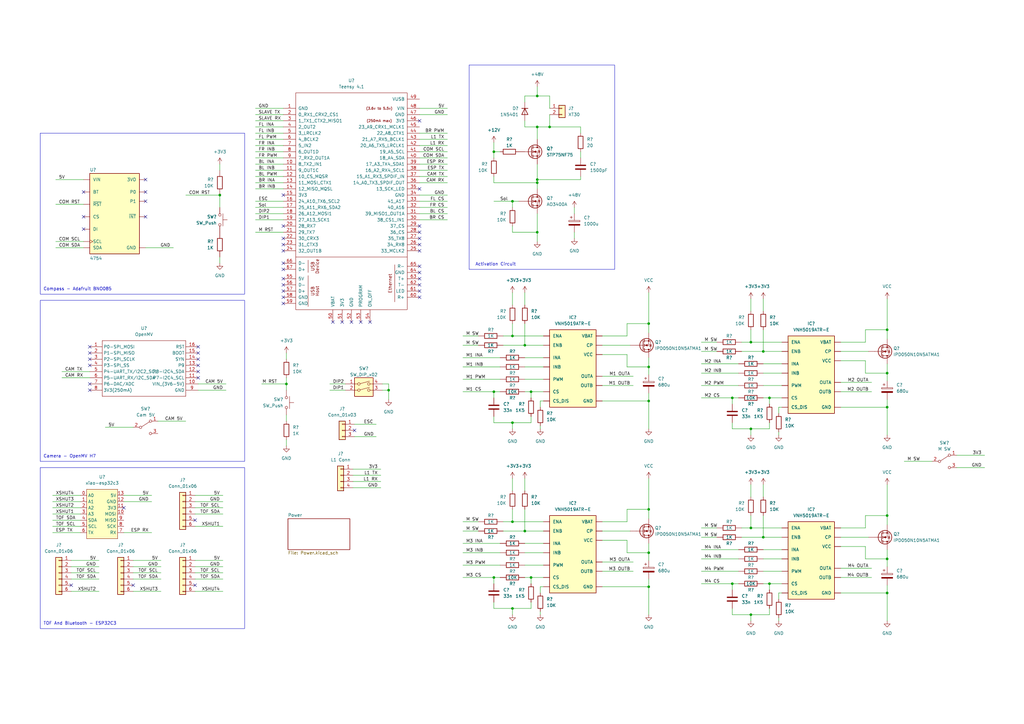
<source format=kicad_sch>
(kicad_sch (version 20230121) (generator eeschema)
  (paper "A3")
  (title_block (company "Sentinels Robotics"))
  (junction (at 363.855 153.035))
  (junction (at 225.425 52.07))
  (junction (at 266.065 132.715))
  (junction (at 363.855 135.255))
  (junction (at 315.595 239.395))
  (junction (at 220.345 39.37))
  (junction (at 315.595 163.195))
  (junction (at 266.065 164.465))
  (junction (at 363.855 167.005))
  (junction (at 159.385 160.02))
  (junction (at 210.185 82.55))
  (junction (at 300.355 239.395))
  (junction (at 202.565 236.855))
  (junction (at 363.855 229.235))
  (junction (at 202.565 160.655))
  (junction (at 266.065 208.915))
  (junction (at 217.805 236.855))
  (junction (at 210.185 213.995))
  (junction (at 90.17 80.01))
  (junction (at 313.055 144.145))
  (junction (at 307.975 216.535))
  (junction (at 300.355 163.195))
  (junction (at 307.975 140.335))
  (junction (at 210.185 249.555))
  (junction (at 266.065 150.495))
  (junction (at 307.975 252.095))
  (junction (at 217.805 160.655))
  (junction (at 220.345 52.07))
  (junction (at 220.345 74.93))
  (junction (at 266.065 240.665))
  (junction (at 210.185 173.355))
  (junction (at 215.265 141.605))
  (junction (at 307.975 175.895))
  (junction (at 117.475 157.48))
  (junction (at 266.065 226.695))
  (junction (at 202.565 62.23))
  (junction (at 215.265 217.805))
  (junction (at 220.345 95.25))
  (junction (at 363.855 211.455))
  (junction (at 210.185 137.795))
  (junction (at 363.855 243.205))
  (junction (at 313.055 220.345))
  (junction (at 220.345 73.66))
  (no_connect (at 36.83 144.78))
  (no_connect (at 116.205 100.33))
  (no_connect (at 172.085 100.33))
  (no_connect (at 50.8 208.28))
  (no_connect (at 59.69 82.55))
  (no_connect (at 140.335 132.08))
  (no_connect (at 172.085 49.53))
  (no_connect (at 116.205 124.46))
  (no_connect (at 172.085 95.25))
  (no_connect (at 136.525 132.08))
  (no_connect (at 34.29 93.98))
  (no_connect (at 59.69 78.74))
  (no_connect (at 172.085 102.87))
  (no_connect (at 172.085 116.84))
  (no_connect (at 81.28 152.4))
  (no_connect (at 116.205 119.38))
  (no_connect (at 172.085 97.79))
  (no_connect (at 81.28 154.94))
  (no_connect (at 116.205 92.71))
  (no_connect (at 172.085 121.92))
  (no_connect (at 172.085 77.47))
  (no_connect (at 116.205 121.92))
  (no_connect (at 34.29 78.74))
  (no_connect (at 36.83 157.48))
  (no_connect (at 116.205 114.3))
  (no_connect (at 151.765 132.08))
  (no_connect (at 116.205 107.95))
  (no_connect (at 59.69 73.66))
  (no_connect (at 81.28 142.24))
  (no_connect (at 36.83 149.86))
  (no_connect (at 116.205 110.49))
  (no_connect (at 80.01 213.36))
  (no_connect (at 144.145 132.08))
  (no_connect (at 116.205 97.79))
  (no_connect (at 36.83 142.24))
  (no_connect (at 116.205 102.87))
  (no_connect (at 172.085 109.22))
  (no_connect (at 147.955 132.08))
  (no_connect (at 81.28 144.78))
  (no_connect (at 116.205 80.01))
  (no_connect (at 172.085 114.3))
  (no_connect (at 172.085 119.38))
  (no_connect (at 54.61 240.03))
  (no_connect (at 172.085 111.76))
  (no_connect (at 36.83 147.32))
  (no_connect (at 81.28 147.32))
  (no_connect (at 80.01 240.03))
  (no_connect (at 172.085 92.71))
  (no_connect (at 29.21 240.03))
  (no_connect (at 81.28 149.86))
  (no_connect (at 34.29 88.9))
  (no_connect (at 59.69 88.9))
  (no_connect (at 145.415 176.53))
  (no_connect (at 116.205 116.84))
  (no_connect (at 36.83 160.02))
  (wire (pts (xy 21.59 213.36) (xy 33.02 213.36)))
  (wire (pts (xy 215.265 52.07) (xy 215.265 49.53)))
  (wire (pts (xy 21.59 218.44) (xy 33.02 218.44)))
  (wire (pts (xy 307.975 252.095) (xy 315.595 252.095)))
  (wire (pts (xy 183.515 54.61) (xy 172.085 54.61)))
  (wire (pts (xy 156.21 194.945) (xy 144.78 194.945)))
  (wire (pts (xy 183.515 59.69) (xy 172.085 59.69)))
  (wire (pts (xy 266.065 120.015) (xy 266.065 132.715)))
  (wire (pts (xy 313.055 234.315) (xy 320.675 234.315)))
  (wire (pts (xy 22.86 83.82) (xy 34.29 83.82)))
  (wire (pts (xy 313.055 135.255) (xy 313.055 144.145)))
  (wire (pts (xy 304.165 220.345) (xy 313.055 220.345)))
  (wire (pts (xy 145.415 179.07) (xy 154.305 179.07)))
  (wire (pts (xy 144.78 192.405) (xy 156.21 192.405)))
  (wire (pts (xy 80.01 232.41) (xy 91.44 232.41)))
  (wire (pts (xy 156.845 157.48) (xy 159.385 157.48)))
  (wire (pts (xy 307.975 216.535) (xy 320.675 216.535)))
  (wire (pts (xy 313.055 225.425) (xy 320.675 225.425)))
  (wire (pts (xy 247.015 145.415) (xy 257.175 145.415)))
  (wire (pts (xy 222.885 240.665) (xy 221.615 240.665)))
  (wire (pts (xy 202.565 82.55) (xy 210.185 82.55)))
  (wire (pts (xy 287.655 225.425) (xy 302.895 225.425)))
  (wire (pts (xy 363.855 163.83) (xy 363.855 167.005)))
  (wire (pts (xy 189.865 150.495) (xy 205.105 150.495)))
  (wire (pts (xy 363.855 122.555) (xy 363.855 135.255)))
  (wire (pts (xy 225.425 44.45) (xy 225.425 39.37)))
  (wire (pts (xy 189.865 141.605) (xy 196.215 141.605)))
  (wire (pts (xy 80.01 215.9) (xy 91.44 215.9)))
  (wire (pts (xy 116.205 90.17) (xy 104.775 90.17)))
  (wire (pts (xy 247.015 221.615) (xy 257.175 221.615)))
  (wire (pts (xy 300.355 239.395) (xy 300.355 241.935)))
  (wire (pts (xy 247.015 164.465) (xy 266.065 164.465)))
  (wire (pts (xy 363.855 149.225) (xy 363.855 153.035)))
  (wire (pts (xy 287.655 216.535) (xy 294.005 216.535)))
  (wire (pts (xy 220.345 74.93) (xy 220.345 77.47)))
  (wire (pts (xy 300.355 239.395) (xy 302.895 239.395)))
  (wire (pts (xy 287.655 229.235) (xy 302.895 229.235)))
  (wire (pts (xy 235.585 95.25) (xy 235.585 97.79)))
  (wire (pts (xy 266.065 237.49) (xy 266.065 240.665)))
  (wire (pts (xy 81.28 160.02) (xy 92.71 160.02)))
  (wire (pts (xy 344.805 147.955) (xy 354.965 147.955)))
  (wire (pts (xy 189.865 222.885) (xy 205.105 222.885)))
  (wire (pts (xy 344.805 243.205) (xy 363.855 243.205)))
  (wire (pts (xy 90.17 80.01) (xy 90.17 85.09)))
  (wire (pts (xy 54.61 242.57) (xy 66.04 242.57)))
  (wire (pts (xy 382.27 189.23) (xy 370.84 189.23)))
  (wire (pts (xy 307.975 198.755) (xy 307.975 203.835)))
  (wire (pts (xy 344.805 167.005) (xy 363.855 167.005)))
  (wire (pts (xy 189.865 213.995) (xy 196.215 213.995)))
  (wire (pts (xy 144.78 200.025) (xy 156.21 200.025)))
  (wire (pts (xy 266.065 240.665) (xy 266.065 252.095)))
  (wire (pts (xy 206.375 217.805) (xy 215.265 217.805)))
  (wire (pts (xy 287.655 234.315) (xy 302.895 234.315)))
  (wire (pts (xy 266.065 196.215) (xy 266.065 208.915)))
  (wire (pts (xy 220.345 73.66) (xy 238.125 73.66)))
  (wire (pts (xy 257.175 226.695) (xy 266.065 226.695)))
  (wire (pts (xy 135.255 157.48) (xy 141.605 157.48)))
  (wire (pts (xy 220.345 52.07) (xy 215.265 52.07)))
  (wire (pts (xy 363.855 198.755) (xy 363.855 211.455)))
  (wire (pts (xy 315.595 239.395) (xy 320.675 239.395)))
  (wire (pts (xy 80.01 229.87) (xy 91.44 229.87)))
  (wire (pts (xy 313.055 239.395) (xy 315.595 239.395)))
  (wire (pts (xy 220.345 87.63) (xy 220.345 95.25)))
  (wire (pts (xy 287.655 153.035) (xy 302.895 153.035)))
  (wire (pts (xy 257.175 213.995) (xy 257.175 208.915)))
  (wire (pts (xy 363.855 167.005) (xy 363.855 178.435)))
  (wire (pts (xy 220.345 52.07) (xy 220.345 57.15)))
  (wire (pts (xy 217.805 160.655) (xy 217.805 163.195)))
  (wire (pts (xy 215.265 236.855) (xy 217.805 236.855)))
  (wire (pts (xy 247.015 217.805) (xy 258.445 217.805)))
  (wire (pts (xy 202.565 62.23) (xy 202.565 64.77)))
  (wire (pts (xy 225.425 46.99) (xy 225.425 52.07)))
  (wire (pts (xy 363.855 243.205) (xy 363.855 254.635)))
  (wire (pts (xy 215.265 160.655) (xy 217.805 160.655)))
  (wire (pts (xy 300.355 175.895) (xy 307.975 175.895)))
  (wire (pts (xy 319.405 243.205) (xy 319.405 245.745)))
  (wire (pts (xy 183.515 72.39) (xy 172.085 72.39)))
  (wire (pts (xy 215.265 150.495) (xy 222.885 150.495)))
  (wire (pts (xy 104.775 77.47) (xy 116.205 77.47)))
  (wire (pts (xy 300.355 249.555) (xy 300.355 252.095)))
  (wire (pts (xy 80.01 205.74) (xy 91.44 205.74)))
  (wire (pts (xy 206.375 213.995) (xy 210.185 213.995)))
  (wire (pts (xy 238.125 72.39) (xy 238.125 73.66)))
  (wire (pts (xy 90.17 105.41) (xy 90.17 107.95)))
  (wire (pts (xy 210.185 92.71) (xy 210.185 95.25)))
  (wire (pts (xy 104.775 49.53) (xy 116.205 49.53)))
  (wire (pts (xy 220.345 35.56) (xy 220.345 39.37)))
  (wire (pts (xy 189.865 160.655) (xy 202.565 160.655)))
  (wire (pts (xy 266.065 222.885) (xy 266.065 226.695)))
  (wire (pts (xy 189.865 231.775) (xy 205.105 231.775)))
  (wire (pts (xy 215.265 141.605) (xy 222.885 141.605)))
  (wire (pts (xy 287.655 144.145) (xy 294.005 144.145)))
  (wire (pts (xy 319.405 253.365) (xy 319.405 254.635)))
  (wire (pts (xy 313.055 198.755) (xy 313.055 203.835)))
  (wire (pts (xy 210.185 208.915) (xy 210.185 213.995)))
  (wire (pts (xy 21.59 203.2) (xy 33.02 203.2)))
  (wire (pts (xy 220.345 52.07) (xy 225.425 52.07)))
  (wire (pts (xy 354.965 140.335) (xy 354.965 135.255)))
  (wire (pts (xy 210.185 137.795) (xy 222.885 137.795)))
  (wire (pts (xy 159.385 160.02) (xy 159.385 163.83)))
  (wire (pts (xy 189.865 155.575) (xy 205.105 155.575)))
  (wire (pts (xy 104.775 64.77) (xy 116.205 64.77)))
  (wire (pts (xy 117.475 157.48) (xy 117.475 160.02)))
  (wire (pts (xy 189.865 137.795) (xy 196.215 137.795)))
  (wire (pts (xy 21.59 205.74) (xy 33.02 205.74)))
  (wire (pts (xy 206.375 141.605) (xy 215.265 141.605)))
  (wire (pts (xy 215.265 132.715) (xy 215.265 141.605)))
  (wire (pts (xy 104.775 67.31) (xy 116.205 67.31)))
  (wire (pts (xy 313.055 149.225) (xy 320.675 149.225)))
  (wire (pts (xy 210.185 249.555) (xy 217.805 249.555)))
  (wire (pts (xy 307.975 175.895) (xy 307.975 178.435)))
  (wire (pts (xy 202.565 160.655) (xy 205.105 160.655)))
  (wire (pts (xy 215.265 39.37) (xy 220.345 39.37)))
  (wire (pts (xy 221.615 240.665) (xy 221.615 243.205)))
  (wire (pts (xy 222.885 164.465) (xy 221.615 164.465)))
  (wire (pts (xy 172.085 82.55) (xy 183.515 82.55)))
  (wire (pts (xy 50.8 205.74) (xy 62.23 205.74)))
  (wire (pts (xy 172.085 46.99) (xy 183.515 46.99)))
  (wire (pts (xy 287.655 158.115) (xy 302.895 158.115)))
  (wire (pts (xy 172.085 85.09) (xy 183.515 85.09)))
  (wire (pts (xy 266.065 161.29) (xy 266.065 164.465)))
  (wire (pts (xy 320.675 243.205) (xy 319.405 243.205)))
  (wire (pts (xy 287.655 140.335) (xy 294.005 140.335)))
  (wire (pts (xy 220.345 73.66) (xy 220.345 74.93)))
  (wire (pts (xy 319.405 167.005) (xy 319.405 169.545)))
  (wire (pts (xy 215.265 217.805) (xy 222.885 217.805)))
  (wire (pts (xy 21.59 215.9) (xy 33.02 215.9)))
  (wire (pts (xy 54.61 234.95) (xy 66.04 234.95)))
  (wire (pts (xy 202.565 58.42) (xy 202.565 62.23)))
  (wire (pts (xy 266.065 164.465) (xy 266.065 175.895)))
  (wire (pts (xy 220.345 95.25) (xy 220.345 99.06)))
  (wire (pts (xy 172.085 87.63) (xy 183.515 87.63)))
  (wire (pts (xy 64.77 172.72) (xy 76.2 172.72)))
  (wire (pts (xy 344.805 220.345) (xy 356.235 220.345)))
  (wire (pts (xy 54.61 175.26) (xy 43.18 175.26)))
  (wire (pts (xy 247.015 240.665) (xy 266.065 240.665)))
  (wire (pts (xy 247.015 230.505) (xy 259.715 230.505)))
  (wire (pts (xy 202.565 74.93) (xy 220.345 74.93)))
  (wire (pts (xy 354.965 224.155) (xy 354.965 229.235)))
  (wire (pts (xy 266.065 226.695) (xy 266.065 229.87)))
  (wire (pts (xy 40.64 237.49) (xy 29.21 237.49)))
  (wire (pts (xy 257.175 145.415) (xy 257.175 150.495)))
  (wire (pts (xy 117.475 180.34) (xy 117.475 182.88)))
  (wire (pts (xy 135.255 160.02) (xy 141.605 160.02)))
  (wire (pts (xy 247.015 141.605) (xy 258.445 141.605)))
  (wire (pts (xy 307.975 122.555) (xy 307.975 127.635)))
  (wire (pts (xy 354.965 147.955) (xy 354.965 153.035)))
  (wire (pts (xy 319.405 177.165) (xy 319.405 178.435)))
  (wire (pts (xy 354.965 135.255) (xy 363.855 135.255)))
  (wire (pts (xy 344.805 160.655) (xy 357.505 160.655)))
  (wire (pts (xy 215.265 231.775) (xy 222.885 231.775)))
  (wire (pts (xy 307.975 211.455) (xy 307.975 216.535)))
  (wire (pts (xy 238.125 62.23) (xy 238.125 64.77)))
  (wire (pts (xy 210.185 173.355) (xy 217.805 173.355)))
  (wire (pts (xy 287.655 220.345) (xy 294.005 220.345)))
  (wire (pts (xy 313.055 122.555) (xy 313.055 127.635)))
  (wire (pts (xy 300.355 163.195) (xy 302.895 163.195)))
  (wire (pts (xy 315.595 163.195) (xy 315.595 165.735)))
  (wire (pts (xy 313.055 163.195) (xy 315.595 163.195)))
  (wire (pts (xy 25.4 152.4) (xy 36.83 152.4)))
  (wire (pts (xy 104.775 69.85) (xy 116.205 69.85)))
  (wire (pts (xy 90.17 67.31) (xy 90.17 69.85)))
  (wire (pts (xy 287.655 239.395) (xy 300.355 239.395)))
  (wire (pts (xy 210.185 132.715) (xy 210.185 137.795)))
  (wire (pts (xy 344.805 224.155) (xy 354.965 224.155)))
  (wire (pts (xy 313.055 153.035) (xy 320.675 153.035)))
  (wire (pts (xy 202.565 236.855) (xy 202.565 239.395)))
  (wire (pts (xy 247.015 213.995) (xy 257.175 213.995)))
  (wire (pts (xy 145.415 173.99) (xy 154.305 173.99)))
  (wire (pts (xy 217.805 170.815) (xy 217.805 173.355)))
  (wire (pts (xy 202.565 72.39) (xy 202.565 74.93)))
  (wire (pts (xy 363.855 225.425) (xy 363.855 229.235)))
  (wire (pts (xy 220.345 39.37) (xy 225.425 39.37)))
  (wire (pts (xy 117.475 144.78) (xy 117.475 147.32)))
  (wire (pts (xy 104.775 46.99) (xy 116.205 46.99)))
  (wire (pts (xy 300.355 163.195) (xy 300.355 165.735)))
  (wire (pts (xy 217.805 247.015) (xy 217.805 249.555)))
  (wire (pts (xy 304.165 140.335) (xy 307.975 140.335)))
  (wire (pts (xy 363.855 135.255) (xy 363.855 139.065)))
  (wire (pts (xy 225.425 52.07) (xy 238.125 52.07)))
  (wire (pts (xy 354.965 216.535) (xy 354.965 211.455)))
  (wire (pts (xy 183.515 69.85) (xy 172.085 69.85)))
  (wire (pts (xy 29.21 232.41) (xy 40.64 232.41)))
  (wire (pts (xy 172.085 62.23) (xy 183.515 62.23)))
  (wire (pts (xy 117.475 154.94) (xy 117.475 157.48)))
  (wire (pts (xy 116.205 85.09) (xy 104.775 85.09)))
  (wire (pts (xy 215.265 222.885) (xy 222.885 222.885)))
  (wire (pts (xy 257.175 137.795) (xy 257.175 132.715)))
  (wire (pts (xy 172.085 80.01) (xy 183.515 80.01)))
  (wire (pts (xy 21.59 208.28) (xy 33.02 208.28)))
  (wire (pts (xy 210.185 120.015) (xy 210.185 125.095)))
  (wire (pts (xy 300.355 173.355) (xy 300.355 175.895)))
  (wire (pts (xy 183.515 57.15) (xy 172.085 57.15)))
  (wire (pts (xy 304.165 216.535) (xy 307.975 216.535)))
  (wire (pts (xy 159.385 157.48) (xy 159.385 160.02)))
  (wire (pts (xy 117.475 172.72) (xy 117.475 170.18)))
  (wire (pts (xy 104.775 74.93) (xy 116.205 74.93)))
  (wire (pts (xy 217.805 236.855) (xy 217.805 239.395)))
  (wire (pts (xy 300.355 252.095) (xy 307.975 252.095)))
  (wire (pts (xy 220.345 67.31) (xy 220.345 73.66)))
  (wire (pts (xy 247.015 137.795) (xy 257.175 137.795)))
  (wire (pts (xy 313.055 211.455) (xy 313.055 220.345)))
  (wire (pts (xy 104.775 57.15) (xy 116.205 57.15)))
  (wire (pts (xy 247.015 154.305) (xy 259.715 154.305)))
  (wire (pts (xy 172.085 64.77) (xy 183.515 64.77)))
  (wire (pts (xy 217.805 160.655) (xy 222.885 160.655)))
  (wire (pts (xy 34.29 73.66) (xy 22.86 73.66)))
  (wire (pts (xy 215.265 208.915) (xy 215.265 217.805)))
  (wire (pts (xy 215.265 226.695) (xy 222.885 226.695)))
  (wire (pts (xy 183.515 74.93) (xy 172.085 74.93)))
  (wire (pts (xy 392.43 191.77) (xy 403.86 191.77)))
  (wire (pts (xy 104.775 52.07) (xy 116.205 52.07)))
  (wire (pts (xy 172.085 44.45) (xy 183.515 44.45)))
  (wire (pts (xy 266.065 132.715) (xy 266.065 136.525)))
  (wire (pts (xy 217.805 236.855) (xy 222.885 236.855)))
  (wire (pts (xy 344.805 156.845) (xy 357.505 156.845)))
  (wire (pts (xy 210.185 173.355) (xy 210.185 175.895)))
  (wire (pts (xy 104.775 59.69) (xy 116.205 59.69)))
  (wire (pts (xy 307.975 140.335) (xy 320.675 140.335)))
  (wire (pts (xy 221.615 164.465) (xy 221.615 167.005)))
  (wire (pts (xy 210.185 249.555) (xy 210.185 252.095)))
  (wire (pts (xy 363.855 153.035) (xy 363.855 156.21)))
  (wire (pts (xy 54.61 232.41) (xy 66.04 232.41)))
  (wire (pts (xy 315.595 239.395) (xy 315.595 241.935)))
  (wire (pts (xy 315.595 163.195) (xy 320.675 163.195)))
  (wire (pts (xy 206.375 137.795) (xy 210.185 137.795)))
  (wire (pts (xy 257.175 208.915) (xy 266.065 208.915)))
  (wire (pts (xy 307.975 252.095) (xy 307.975 254.635)))
  (wire (pts (xy 54.61 229.87) (xy 66.04 229.87)))
  (wire (pts (xy 304.165 144.145) (xy 313.055 144.145)))
  (wire (pts (xy 80.01 203.2) (xy 91.44 203.2)))
  (wire (pts (xy 344.805 236.855) (xy 357.505 236.855)))
  (wire (pts (xy 116.205 82.55) (xy 104.775 82.55)))
  (wire (pts (xy 344.805 216.535) (xy 354.965 216.535)))
  (wire (pts (xy 266.065 146.685) (xy 266.065 150.495)))
  (wire (pts (xy 59.69 101.6) (xy 71.12 101.6)))
  (wire (pts (xy 266.065 208.915) (xy 266.065 212.725)))
  (wire (pts (xy 91.44 237.49) (xy 80.01 237.49)))
  (wire (pts (xy 116.205 44.45) (xy 104.775 44.45)))
  (wire (pts (xy 80.01 234.95) (xy 91.44 234.95)))
  (wire (pts (xy 25.4 154.94) (xy 36.83 154.94)))
  (wire (pts (xy 287.655 149.225) (xy 302.895 149.225)))
  (wire (pts (xy 215.265 39.37) (xy 215.265 41.91)))
  (wire (pts (xy 221.615 250.825) (xy 221.615 252.095)))
  (wire (pts (xy 210.185 95.25) (xy 220.345 95.25)))
  (wire (pts (xy 189.865 217.805) (xy 196.215 217.805)))
  (wire (pts (xy 363.855 240.03) (xy 363.855 243.205)))
  (wire (pts (xy 307.975 175.895) (xy 315.595 175.895)))
  (wire (pts (xy 315.595 173.355) (xy 315.595 175.895)))
  (wire (pts (xy 313.055 229.235) (xy 320.675 229.235)))
  (wire (pts (xy 172.085 90.17) (xy 183.515 90.17)))
  (wire (pts (xy 210.185 82.55) (xy 212.725 82.55)))
  (wire (pts (xy 315.595 249.555) (xy 315.595 252.095)))
  (wire (pts (xy 202.565 247.015) (xy 202.565 249.555)))
  (wire (pts (xy 21.59 210.82) (xy 33.02 210.82)))
  (wire (pts (xy 104.775 54.61) (xy 116.205 54.61)))
  (wire (pts (xy 22.86 101.6) (xy 34.29 101.6)))
  (wire (pts (xy 344.805 140.335) (xy 354.965 140.335)))
  (wire (pts (xy 287.655 163.195) (xy 300.355 163.195)))
  (wire (pts (xy 247.015 158.115) (xy 259.715 158.115)))
  (wire (pts (xy 320.675 167.005) (xy 319.405 167.005)))
  (wire (pts (xy 238.125 52.07) (xy 238.125 54.61)))
  (wire (pts (xy 202.565 160.655) (xy 202.565 163.195)))
  (wire (pts (xy 313.055 144.145) (xy 320.675 144.145)))
  (wire (pts (xy 76.2 80.01) (xy 90.17 80.01)))
  (wire (pts (xy 215.265 196.215) (xy 215.265 201.295)))
  (wire (pts (xy 91.44 210.82) (xy 80.01 210.82)))
  (wire (pts (xy 50.8 203.2) (xy 62.23 203.2)))
  (wire (pts (xy 81.28 157.48) (xy 92.71 157.48)))
  (wire (pts (xy 313.055 158.115) (xy 320.675 158.115)))
  (wire (pts (xy 205.105 62.23) (xy 202.565 62.23)))
  (wire (pts (xy 313.055 220.345) (xy 320.675 220.345)))
  (wire (pts (xy 62.23 218.44) (xy 50.8 218.44)))
  (wire (pts (xy 392.43 186.69) (xy 403.86 186.69)))
  (wire (pts (xy 344.805 233.045) (xy 357.505 233.045)))
  (wire (pts (xy 156.21 197.485) (xy 144.78 197.485)))
  (wire (pts (xy 202.565 173.355) (xy 210.185 173.355)))
  (wire (pts (xy 307.975 135.255) (xy 307.975 140.335)))
  (wire (pts (xy 116.205 87.63) (xy 104.775 87.63)))
  (wire (pts (xy 221.615 174.625) (xy 221.615 175.895)))
  (wire (pts (xy 202.565 249.555) (xy 210.185 249.555)))
  (wire (pts (xy 80.01 242.57) (xy 91.44 242.57)))
  (wire (pts (xy 202.565 236.855) (xy 205.105 236.855)))
  (wire (pts (xy 34.29 99.06) (xy 22.86 99.06)))
  (wire (pts (xy 189.865 226.695) (xy 205.105 226.695)))
  (wire (pts (xy 104.775 72.39) (xy 116.205 72.39)))
  (wire (pts (xy 215.265 146.685) (xy 222.885 146.685)))
  (wire (pts (xy 363.855 229.235) (xy 363.855 232.41)))
  (wire (pts (xy 29.21 229.87) (xy 40.64 229.87)))
  (wire (pts (xy 257.175 221.615) (xy 257.175 226.695)))
  (wire (pts (xy 117.475 157.48) (xy 107.315 157.48)))
  (wire (pts (xy 189.865 236.855) (xy 202.565 236.855)))
  (wire (pts (xy 189.865 146.685) (xy 205.105 146.685)))
  (wire (pts (xy 344.805 144.145) (xy 356.235 144.145)))
  (wire (pts (xy 104.775 62.23) (xy 116.205 62.23)))
  (wire (pts (xy 363.855 211.455) (xy 363.855 215.265)))
  (wire (pts (xy 215.265 155.575) (xy 222.885 155.575)))
  (wire (pts (xy 156.845 160.02) (xy 159.385 160.02)))
  (wire (pts (xy 354.965 229.235) (xy 363.855 229.235)))
  (wire (pts (xy 257.175 132.715) (xy 266.065 132.715)))
  (wire (pts (xy 210.185 213.995) (xy 222.885 213.995)))
  (wire (pts (xy 257.175 150.495) (xy 266.065 150.495)))
  (wire (pts (xy 210.185 196.215) (xy 210.185 201.295)))
  (wire (pts (xy 215.265 120.015) (xy 215.265 125.095)))
  (wire (pts (xy 210.185 82.55) (xy 210.185 85.09)))
  (wire (pts (xy 247.015 234.315) (xy 259.715 234.315)))
  (wire (pts (xy 354.965 153.035) (xy 363.855 153.035)))
  (wire (pts (xy 66.04 237.49) (xy 54.61 237.49)))
  (wire (pts (xy 116.205 95.25) (xy 104.775 95.25)))
  (wire (pts (xy 202.565 170.815) (xy 202.565 173.355)))
  (wire (pts (xy 266.065 150.495) (xy 266.065 153.67)))
  (wire (pts (xy 235.585 85.09) (xy 235.585 87.63)))
  (wire (pts (xy 29.21 242.57) (xy 40.64 242.57)))
  (wire (pts (xy 80.01 208.28) (xy 91.44 208.28)))
  (wire (pts (xy 29.21 234.95) (xy 40.64 234.95)))
  (wire (pts (xy 183.515 67.31) (xy 172.085 67.31)))
  (wire (pts (xy 354.965 211.455) (xy 363.855 211.455)))
  (rectangle (start 192.405 26.67) (end 252.095 110.49))
  (rectangle (start 16.51 191.77) (end 100.33 257.81))
  (rectangle (start 16.51 123.19) (end 100.33 189.23))
  (rectangle (start 16.51 54.61) (end 100.33 120.65))
  (text "Activation Circuit" (at 194.945 109.22 0) (effects (font (size 1.27 1.27)) (justify left bottom)))
  (text "Camera - OpenMV H7" (at 17.78 187.96 0) (effects (font (size 1.27 1.27)) (justify left bottom)))
  (text "Compass - Adafruit BNO085" (at 17.78 119.38 0) (effects (font (size 1.27 1.27)) (justify left bottom)))
  (text "TOF And Bluetooth - ESP32C3" (at 17.78 256.54 0) (effects (font (size 1.27 1.27)) (justify left bottom)))
  (label "TOF SDA" (at 22.86 213.36 0))
  (label "5V" (at 90.17 203.2 180))
  (label "M SW" (at 191.135 141.605 0))
  (label "M SW" (at 191.135 137.795 0))
  (label "5V" (at 24.13 73.66 0))
  (label "Sol" (at 106.045 85.09 0))
  (label "M2 INA" (at 288.925 149.225 0))
  (label "CAM TX" (at 182.245 72.39 180))
  (label "ESP RX" (at 60.96 218.44 180))
  (label "3V3" (at 402.59 186.69 180))
  (label "GND" (at 402.59 191.77 180))
  (label "GND" (at 39.37 232.41 180))
  (label "M1 PWM" (at 191.135 155.575 0))
  (label "GND" (at 149.225 179.07 0))
  (label "FR INA" (at 106.045 59.69 0))
  (label "L1 TX" (at 154.94 194.945 180))
  (label "M4 PWM" (at 288.925 234.315 0))
  (label "TOF SCL" (at 64.77 234.95 180))
  (label "TOF SDA" (at 90.17 237.49 180))
  (label "M3 OUTA" (at 258.445 230.505 180))
  (label "TOF SDA" (at 39.37 237.49 180))
  (label "GND" (at 91.44 160.02 180))
  (label "M3 INA" (at 191.135 222.885 0))
  (label "M1 CS" (at 191.135 160.655 0))
  (label "M RST" (at 113.665 157.48 180))
  (label "DIP2" (at 106.045 87.63 0))
  (label "M2 INB" (at 288.925 153.035 0))
  (label "ESC" (at 149.225 173.99 0))
  (label "M SW" (at 288.925 144.145 0))
  (label "BL INB" (at 106.045 69.85 0))
  (label "M3 PWM" (at 191.135 231.775 0))
  (label "DIP2" (at 136.525 157.48 0))
  (label "BL PWM" (at 106.045 72.39 0))
  (label "CAM RX" (at 182.245 74.93 180))
  (label "M3 OUTB" (at 258.445 234.315 180))
  (label "BR INB" (at 106.045 77.47 0))
  (label "SLAVE RX" (at 106.045 49.53 0))
  (label "CAM TX" (at 26.67 152.4 0))
  (label "M4 INA" (at 288.925 225.425 0))
  (label "L1 RX" (at 182.245 59.69 180))
  (label "M SW" (at 372.11 189.23 0))
  (label "M1 INA" (at 191.135 146.685 0))
  (label "ESC" (at 106.045 82.55 0))
  (label "FR CS" (at 182.245 85.09 180))
  (label "FR PWM" (at 106.045 64.77 0))
  (label "Sol" (at 205.105 82.55 0))
  (label "CAM RX" (at 26.67 154.94 0))
  (label "COM SCL" (at 24.13 99.06 0))
  (label "XSHUT1" (at 90.17 215.9 180))
  (label "CAM 5V" (at 91.44 157.48 180))
  (label "GND" (at 90.17 232.41 180))
  (label "COM SCL" (at 182.245 62.23 180))
  (label "ESP RX" (at 182.245 67.31 180))
  (label "SLAVE TX" (at 106.045 46.99 0))
  (label "5V" (at 39.37 229.87 180))
  (label "GND" (at 60.96 205.74 180))
  (label "L1 RX" (at 154.94 197.485 180))
  (label "M1 INB" (at 191.135 150.495 0))
  (label "FR INB" (at 106.045 62.23 0))
  (label "M3 CS" (at 191.135 236.855 0))
  (label "5V" (at 182.245 44.45 180))
  (label "M3 INB" (at 191.135 226.695 0))
  (label "GND" (at 182.245 46.99 180))
  (label "TOF SDA" (at 64.77 237.49 180))
  (label "GND" (at 106.045 44.45 0))
  (label "5V" (at 90.17 229.87 180))
  (label "M4 OUTB" (at 356.235 236.855 180))
  (label "XSHUT3" (at 22.86 205.74 0))
  (label "COM SDA" (at 24.13 101.6 0))
  (label "DIP1" (at 136.525 160.02 0))
  (label "M SW" (at 288.925 220.345 0))
  (label "M4 INB" (at 288.925 229.235 0))
  (label "XSHUT1" (at 22.86 210.82 0))
  (label "GND" (at 182.245 80.01 180))
  (label "M4 CS" (at 288.925 239.395 0))
  (label "3V3" (at 154.94 192.405 180))
  (label "M2 CS" (at 288.925 163.195 0))
  (label "BR INA" (at 106.045 74.93 0))
  (label "M SW" (at 191.135 213.995 0))
  (label "CAM 5V" (at 74.93 172.72 180))
  (label "M2 PWM" (at 288.925 158.115 0))
  (label "FL INB" (at 106.045 54.61 0))
  (label "5V" (at 60.96 203.2 180))
  (label "XSHUT3" (at 64.77 242.57 180))
  (label "M2 OUTA" (at 356.235 156.845 180))
  (label "M SW" (at 191.135 217.805 0))
  (label "TOF SCL" (at 90.17 234.95 180))
  (label "5V" (at 64.77 229.87 180))
  (label "L1 TX" (at 182.245 57.15 180))
  (label "GND" (at 154.94 200.025 180))
  (label "M4 OUTA" (at 356.235 233.045 180))
  (label "DIP1" (at 106.045 90.17 0))
  (label "XSHUT2" (at 39.37 242.57 180))
  (label "5V" (at 44.45 175.26 0))
  (label "TOF SDA" (at 90.17 210.82 180))
  (label "BR CS" (at 182.245 90.17 180))
  (label "TOF SCL" (at 39.37 234.95 180))
  (label "ESP TX" (at 182.245 69.85 180))
  (label "COM RST" (at 77.47 80.01 0))
  (label "GND" (at 64.77 232.41 180))
  (label "TOF SCL" (at 90.17 208.28 180))
  (label "M1 OUTB" (at 258.445 158.115 180))
  (label "XSHUT4" (at 90.17 242.57 180))
  (label "COM RST" (at 24.13 83.82 0))
  (label "M1 OUTA" (at 258.445 154.305 180))
  (label "ESP TX" (at 22.86 218.44 0))
  (label "M2 OUTB" (at 356.235 160.655 180))
  (label "GND" (at 69.85 101.6 180))
  (label "GND" (at 90.17 205.74 180))
  (label "COM SDA" (at 182.245 64.77 180))
  (label "M SW" (at 288.925 216.535 0))
  (label "FL PWM" (at 106.045 57.15 0))
  (label "FL CS" (at 182.245 82.55 180))
  (label "BL INA" (at 106.045 67.31 0))
  (label "M SW" (at 288.925 140.335 0))
  (label "XSHUT2" (at 22.86 208.28 0))
  (label "BR PWM" (at 182.245 54.61 180))
  (label "M RST" (at 106.045 95.25 0))
  (label "TOF SCL" (at 22.86 215.9 0))
  (label "XSHUT4" (at 22.86 203.2 0))
  (label "BL CS" (at 182.245 87.63 180))
  (label "FL INA" (at 106.045 52.07 0))
  (symbol (lib_id "Device:R") (at 315.595 245.745 0) (mirror y) (unit 1)
    (property "Reference" "R?" (at 313.055 244.4749 0) (effects (justify left)))
    (property "Value" "1K5" (at 313.055 247.0149 0) (effects (justify left)))
    (property "Footprint" "test-pcb:res0603" (effects hide))
  )
  (symbol (lib_id "vincent:R") (at 201.295 213.995 0) (unit 1)
    (property "Reference" "R?" (at 201.295 211.455 0))
    (property "Value" "1K" (at 201.295 213.995 0))
    (property "Footprint" "test-pcb:res0603" (effects hide))
  )
  (symbol (lib_id "Device:R") (at 217.805 243.205 0) (mirror y) (unit 1)
    (property "Reference" "R?" (at 215.265 241.9349 0) (effects (justify left)))
    (property "Value" "1K5" (at 215.265 244.4749 0) (effects (justify left)))
    (property "Footprint" "test-pcb:res0603" (effects hide))
  )
  (symbol (lib_id "vincent:IPD050N10N5ATMA1") (at 356.235 144.145 0) (mirror x) (unit 1)
    (property "Reference" "Q?" (at 366.395 142.875 0) (effects (justify left)))
    (property "Value" "IPD050N10N5ATMA1" (at 366.395 145.415 0) (effects (justify left)))
    (property "Footprint" "test-pcb:IPD050N10N5ATMA1" (effects hide))
    (property "Datasheet" "https://www.infineon.com/dgdl/Infineon-IPD050N10N5-DS-v02_01-EN.pdf?fileId=5546d4625b3ca4ec015b615bb7536713" (effects hide))
    (property "Height" "2.41" (effects hide))
    (property "Mouser Part Number" "726-IPD050N10N5ATMA1" (effects hide))
    (property "Mouser Price/Stock" "https://www.mouser.co.uk/ProductDetail/Infineon-Technologies/IPD050N10N5ATMA1?qs=u4fy%2FsgLU9Pgz4QwaVUqjg%3D%3D" (effects hide))
    (property "Manufacturer_Name" "Infineon" (effects hide))
    (property "Manufacturer_Part_Number" "IPD050N10N5ATMA1" (effects hide))
  )
  (symbol (lib_id "vincent:IPD050N10N5ATMA1") (at 258.445 141.605 0) (mirror x) (unit 1)
    (property "Reference" "Q?" (at 268.605 140.335 0) (effects (justify left)))
    (property "Value" "IPD050N10N5ATMA1" (at 268.605 142.875 0) (effects (justify left)))
    (property "Footprint" "test-pcb:IPD050N10N5ATMA1" (effects hide))
    (property "Datasheet" "https://www.infineon.com/dgdl/Infineon-IPD050N10N5-DS-v02_01-EN.pdf?fileId=5546d4625b3ca4ec015b615bb7536713" (effects hide))
    (property "Height" "2.41" (effects hide))
    (property "Mouser Part Number" "726-IPD050N10N5ATMA1" (effects hide))
    (property "Mouser Price/Stock" "https://www.mouser.co.uk/ProductDetail/Infineon-Technologies/IPD050N10N5ATMA1?qs=u4fy%2FsgLU9Pgz4QwaVUqjg%3D%3D" (effects hide))
    (property "Manufacturer_Name" "Infineon" (effects hide))
    (property "Manufacturer_Part_Number" "IPD050N10N5ATMA1" (effects hide))
  )
  (symbol (lib_id "vincent:R") (at 210.185 222.885 0) (unit 1)
    (property "Reference" "R?" (at 210.185 220.345 0))
    (property "Value" "1K" (at 210.185 222.885 0))
    (property "Footprint" "test-pcb:res0603" (effects hide))
  )
  (symbol (lib_id "vincent:OpenMV") (at 59.69 139.7 0) (unit 1)
    (property "Reference" "U?" (at 59.055 134.62 0))
    (property "Value" "OpenMV" (at 59.055 137.16 0))
    (property "Datasheet" "https://cdn.shopify.com/s/files/1/0803/9211/files/OpenMV-H7.pdf?10726770933929369108" (effects hide))
  )
  (symbol (lib_id "Diode:1N5401") (at 215.265 45.72 90) (mirror x) (unit 1)
    (property "Reference" "D?" (at 212.725 44.45 90) (effects (justify left)))
    (property "Value" "1N5401" (at 212.725 46.99 90) (effects (justify left)))
    (property "Footprint" "Diode_THT:D_DO-201AD_P15.24mm_Horizontal" (effects hide))
    (property "Datasheet" "http://www.vishay.com/docs/88516/1n5400.pdf" (effects hide))
    (property "Sim.Device" "D" (effects hide))
    (property "Sim.Pins" "1=K 2=A" (effects hide))
  )
  (symbol (lib_id "Device:R") (at 202.565 68.58 0) (unit 1)
    (property "Reference" "R?" (at 200.025 67.31 0) (effects (justify right)))
    (property "Value" "10K" (at 200.025 69.85 0) (effects (justify right)))
    (property "Footprint" "footprints:res0603" (effects hide))
  )
  (symbol (lib_id "Device:C") (at 300.355 245.745 0) (unit 1)
    (property "Reference" "C?" (at 304.165 244.4749 0) (effects (justify left)))
    (property "Value" "33n" (at 304.165 247.0149 0) (effects (justify left)))
    (property "Footprint" "test-pcb:cap0603" (effects hide))
  )
  (symbol (lib_id "vincent:R") (at 307.975 149.225 0) (unit 1)
    (property "Reference" "R?" (at 307.975 146.685 0))
    (property "Value" "1K" (at 307.975 149.225 0))
    (property "Footprint" "test-pcb:res0603" (effects hide))
  )
  (symbol (lib_id "Device:C_Polarized") (at 266.065 157.48 0) (unit 1)
    (property "Reference" "C?" (at 269.875 155.3209 0) (effects (justify left)))
    (property "Value" "680u" (at 269.875 157.8609 0) (effects (justify left)))
  )
  (symbol (lib_id "Switch:SW_SPDT") (at 59.69 175.26 0) (unit 1)
    (property "Reference" "SW?" (at 59.69 167.64 0))
    (property "Value" "Cam 5V" (at 59.69 170.18 0))
  )
  (symbol (lib_id "vincent:R") (at 307.975 163.195 0) (mirror x) (unit 1)
    (property "Reference" "R?" (at 307.975 165.735 0))
    (property "Value" "10K" (at 307.975 163.195 0))
    (property "Footprint" "test-pcb:res0603" (effects hide))
  )
  (symbol (lib_id "vincent:R") (at 307.975 234.315 0) (mirror x) (unit 1)
    (property "Reference" "R?" (at 307.975 236.855 0))
    (property "Value" "1K" (at 307.975 234.315 0))
    (property "Footprint" "test-pcb:res0603" (effects hide))
  )
  (symbol (lib_id "vincent:R") (at 307.975 225.425 0) (unit 1)
    (property "Reference" "R?" (at 307.975 222.885 0))
    (property "Value" "1K" (at 307.975 225.425 0))
    (property "Footprint" "test-pcb:res0603" (effects hide))
  )
  (symbol (lib_id "Switch:SW_Push") (at 90.17 90.17 270) (mirror x) (unit 1)
    (property "Reference" "SW?" (at 88.9 88.8999 90) (effects (justify right)))
    (property "Value" "SW_Push" (at 88.9 91.4399 90) (effects (justify right)))
    (property "Footprint" "2024l1:SW_PUSH_SPST" (effects hide))
  )
  (symbol (lib_id "vincent:R") (at 307.975 239.395 0) (mirror x) (unit 1)
    (property "Reference" "R?" (at 307.975 241.935 0))
    (property "Value" "10K" (at 307.975 239.395 0))
    (property "Footprint" "test-pcb:res0603" (effects hide))
  )
  (symbol (lib_id "power:GND") (at 363.855 254.635 0) (unit 1)
    (property "Reference" "#PWR048" (effects hide))
    (property "Value" "GND" (at 363.855 259.715 0))
  )
  (symbol (lib_id "power:VCC") (at 363.855 122.555 0) (unit 1)
    (property "Reference" "#PWR035" (effects hide))
    (property "Value" "VCC" (at 363.855 117.475 0))
  )
  (symbol (lib_id "Device:R") (at 307.975 131.445 0) (mirror y) (unit 1)
    (property "Reference" "R?" (at 305.435 130.1749 0) (effects (justify left)))
    (property "Value" "10K" (at 305.435 132.7149 0) (effects (justify left)))
    (property "Footprint" "test-pcb:res0603" (effects hide))
  )
  (symbol (lib_id "vincent:Teensy 4.1") (at 144.145 99.06 0) (unit 1)
    (property "Reference" "U?" (at 144.145 33.02 0))
    (property "Value" "Teensy 4.1" (at 144.145 35.56 0))
  )
  (symbol (lib_id "Device:C_Polarized") (at 235.585 91.44 0) (unit 1)
    (property "Reference" "C?" (at 239.395 89.2809 0) (effects (justify left)))
    (property "Value" "1000u" (at 239.395 91.8209 0) (effects (justify left)))
    (property "Footprint" "footprints:CAPAE1030X1270N" (effects hide))
  )
  (symbol (lib_id "Device:R") (at 217.805 167.005 0) (mirror y) (unit 1)
    (property "Reference" "R?" (at 215.265 165.7349 0) (effects (justify left)))
    (property "Value" "1K5" (at 215.265 168.2749 0) (effects (justify left)))
    (property "Footprint" "test-pcb:res0603" (effects hide))
  )
  (symbol (lib_id "Device:R") (at 210.185 205.105 0) (mirror y) (unit 1)
    (property "Reference" "R?" (at 207.645 203.8349 0) (effects (justify left)))
    (property "Value" "10K" (at 207.645 206.3749 0) (effects (justify left)))
    (property "Footprint" "test-pcb:res0603" (effects hide))
  )
  (symbol (lib_id "Device:R") (at 319.405 249.555 0) (unit 1)
    (property "Reference" "R?" (at 321.945 248.2849 0) (effects (justify left)))
    (property "Value" "10K" (at 321.945 250.8249 0) (effects (justify left)))
    (property "Footprint" "test-pcb:res0603" (effects hide))
  )
  (symbol (lib_id "vincent:xiao-esp32c3") (at 41.91 200.66 0) (unit 1)
    (property "Reference" "U?" (at 41.91 195.58 0))
    (property "Value" "xiao-esp32c3" (at 41.91 198.12 0))
    (property "Footprint" "footprints:xiao-esp32c3" (effects hide))
    (property "Datasheet" "https://files.seeedstudio.com/wiki/XIAO_WiFi/Resources/esp32-c3_datasheet.pdf" (effects hide))
  )
  (symbol (lib_id "vincent:R") (at 210.185 160.655 0) (mirror x) (unit 1)
    (property "Reference" "R?" (at 210.185 163.195 0))
    (property "Value" "10K" (at 210.185 160.655 0))
    (property "Footprint" "test-pcb:res0603" (effects hide))
  )
  (symbol (lib_id "Device:R") (at 238.125 58.42 0) (mirror y) (unit 1)
    (property "Reference" "R?" (at 240.665 57.15 0) (effects (justify right)))
    (property "Value" "20" (at 240.665 59.69 0) (effects (justify right)))
    (property "Footprint" "footprints:res0603" (effects hide))
  )
  (symbol (lib_id "Device:R") (at 117.475 176.53 0) (unit 1)
    (property "Reference" "R?" (at 120.015 175.26 0) (effects (justify left)))
    (property "Value" "1K" (at 120.015 177.8 0) (effects (justify left)))
    (property "Footprint" "footprints:res0603" (effects hide))
  )
  (symbol (lib_id "power:+3V3") (at 313.055 122.555 0) (unit 1)
    (property "Reference" "#PWR033" (effects hide))
    (property "Value" "+3V3" (at 313.055 117.475 0))
  )
  (symbol (lib_id "vincent:VNH5019ATR-E") (at 220.345 137.795 0) (unit 1)
    (property "Reference" "IC?" (at 234.95 130.175 0))
    (property "Value" "VNH5019ATR-E" (at 234.95 132.715 0))
    (property "Footprint" "test-pcb:VNH5019A-E" (effects hide))
    (property "Datasheet" "https://www.st.com/resource/en/datasheet/vnh5019a-e.pdf" (effects hide))
    (property "Mouser Part Number" "511-VNH5019ATR-E" (effects hide))
    (property "Mouser Price/Stock" "https://www.mouser.co.uk/ProductDetail/STMicroelectronics/VNH5019ATR-E?qs=T%2FOtf55vL7cDceYVZzSNKw%3D%3D" (effects hide))
    (property "Manufacturer_Name" "STMicroelectronics" (effects hide))
    (property "Manufacturer_Part_Number" "VNH5019ATR-E" (effects hide))
  )
  (symbol (lib_id "power:+12V") (at 202.565 58.42 0) (unit 1)
    (property "Reference" "#PWR017" (effects hide))
    (property "Value" "+12V" (at 202.565 53.34 0))
  )
  (symbol (lib_id "vincent:R") (at 201.295 137.795 0) (unit 1)
    (property "Reference" "R?" (at 201.295 135.255 0))
    (property "Value" "1K" (at 201.295 137.795 0))
    (property "Footprint" "test-pcb:res0603" (effects hide))
  )
  (symbol (lib_id "power:VCC") (at 266.065 196.215 0) (unit 1)
    (property "Reference" "#PWR041" (effects hide))
    (property "Value" "VCC" (at 266.065 191.135 0))
  )
  (symbol (lib_id "power:+3V3") (at 215.265 120.015 0) (unit 1)
    (property "Reference" "#PWR027" (effects hide))
    (property "Value" "+3V3" (at 215.265 114.935 0))
  )
  (symbol (lib_id "power:+3V3") (at 210.185 120.015 0) (unit 1)
    (property "Reference" "#PWR025" (effects hide))
    (property "Value" "+3V3" (at 210.185 114.935 0))
  )
  (symbol (lib_id "Connector_Generic:Conn_01x03") (at 140.335 176.53 0) (mirror y) (unit 1)
    (property "Reference" "J?" (at 140.335 167.64 0))
    (property "Value" "Conn_01x03" (at 140.335 170.18 0))
  )
  (symbol (lib_id "power:+3V3") (at 210.185 196.215 0) (unit 1)
    (property "Reference" "#PWR037" (effects hide))
    (property "Value" "+3V3" (at 210.185 191.135 0))
  )
  (symbol (lib_id "power:+48V") (at 220.345 35.56 0) (unit 1)
    (property "Reference" "#PWR018" (effects hide))
    (property "Value" "+48V" (at 220.345 30.48 0))
  )
  (symbol (lib_id "power:VCC") (at 363.855 198.755 0) (unit 1)
    (property "Reference" "#PWR047" (effects hide))
    (property "Value" "VCC" (at 363.855 193.675 0))
  )
  (symbol (lib_id "Switch:SW_DIP_x02") (at 149.225 160.02 0) (unit 1)
    (property "Reference" "SW?" (at 149.225 151.13 0))
    (property "Value" "SW_DIP_x02" (at 149.225 153.67 0))
    (property "Footprint" "Button_Switch_SMD:SW_DIP_SPSTx02_Slide_6.7x6.64mm_W8.61mm_P2.54mm_LowProfile" (effects hide))
  )
  (symbol (lib_id "Device:R") (at 210.185 128.905 0) (mirror y) (unit 1)
    (property "Reference" "R?" (at 207.645 127.6349 0) (effects (justify left)))
    (property "Value" "10K" (at 207.645 130.1749 0) (effects (justify left)))
    (property "Footprint" "test-pcb:res0603" (effects hide))
  )
  (symbol (lib_id "power:GND") (at 363.855 178.435 0) (unit 1)
    (property "Reference" "#PWR036" (effects hide))
    (property "Value" "GND" (at 363.855 183.515 0))
  )
  (symbol (lib_id "Device:R") (at 315.595 169.545 0) (mirror y) (unit 1)
    (property "Reference" "R?" (at 313.055 168.2749 0) (effects (justify left)))
    (property "Value" "1K5" (at 313.055 170.8149 0) (effects (justify left)))
    (property "Footprint" "test-pcb:res0603" (effects hide))
  )
  (symbol (lib_id "Device:R") (at 215.265 128.905 0) (unit 1)
    (property "Reference" "R?" (at 217.805 127.6349 0) (effects (justify left)))
    (property "Value" "10K" (at 217.805 130.1749 0) (effects (justify left)))
    (property "Footprint" "test-pcb:res0603" (effects hide))
  )
  (symbol (lib_id "power:+3V3") (at 90.17 67.31 0) (mirror y) (unit 1)
    (property "Reference" "#PWR015" (effects hide))
    (property "Value" "+3V3" (at 90.17 62.23 0))
  )
  (symbol (lib_id "Device:R") (at 313.055 131.445 0) (unit 1)
    (property "Reference" "R?" (at 315.595 130.1749 0) (effects (justify left)))
    (property "Value" "10K" (at 315.595 132.7149 0) (effects (justify left)))
    (property "Footprint" "test-pcb:res0603" (effects hide))
  )
  (symbol (lib_id "power:VCC") (at 266.065 120.015 0) (unit 1)
    (property "Reference" "#PWR029" (effects hide))
    (property "Value" "VCC" (at 266.065 114.935 0))
  )
  (symbol (lib_id "vincent:R") (at 90.17 74.93 270) (mirror x) (unit 1)
    (property "Reference" "R?" (at 87.63 73.6599 90) (effects (justify right)))
    (property "Value" "10K" (at 87.63 76.1999 90) (effects (justify right)))
    (property "Footprint" "2024l1:res0603" (effects hide))
  )
  (symbol (lib_id "power:GND") (at 221.615 175.895 0) (unit 1)
    (property "Reference" "#PWR028" (effects hide))
    (property "Value" "GND" (at 221.615 180.975 0))
  )
  (symbol (lib_id "Device:C") (at 202.565 243.205 0) (unit 1)
    (property "Reference" "C?" (at 206.375 241.9349 0) (effects (justify left)))
    (property "Value" "33n" (at 206.375 244.4749 0) (effects (justify left)))
    (property "Footprint" "test-pcb:cap0603" (effects hide))
  )
  (symbol (lib_id "Device:R") (at 208.915 62.23 90) (unit 1)
    (property "Reference" "R?" (at 208.915 57.15 90))
    (property "Value" "1K" (at 208.915 59.69 90))
    (property "Footprint" "footprints:res0603" (effects hide))
  )
  (symbol (lib_id "power:GND") (at 319.405 178.435 0) (unit 1)
    (property "Reference" "#PWR034" (effects hide))
    (property "Value" "GND" (at 319.405 183.515 0))
  )
  (symbol (lib_id "power:GND") (at 159.385 163.83 0) (unit 1)
    (property "Reference" "#PWR024" (effects hide))
    (property "Value" "GND" (at 159.385 168.91 0))
  )
  (symbol (lib_id "Device:R") (at 313.055 207.645 0) (unit 1)
    (property "Reference" "R?" (at 315.595 206.3749 0) (effects (justify left)))
    (property "Value" "10K" (at 315.595 208.9149 0) (effects (justify left)))
    (property "Footprint" "test-pcb:res0603" (effects hide))
  )
  (symbol (lib_id "Device:R") (at 319.405 173.355 0) (unit 1)
    (property "Reference" "R?" (at 321.945 172.0849 0) (effects (justify left)))
    (property "Value" "10K" (at 321.945 174.6249 0) (effects (justify left)))
    (property "Footprint" "test-pcb:res0603" (effects hide))
  )
  (symbol (lib_id "power:GND") (at 307.975 178.435 0) (unit 1)
    (property "Reference" "#PWR032" (effects hide))
    (property "Value" "GND" (at 307.975 183.515 0))
  )
  (symbol (lib_id "power:GND") (at 307.975 254.635 0) (unit 1)
    (property "Reference" "#PWR044" (effects hide))
    (property "Value" "GND" (at 307.975 259.715 0))
  )
  (symbol (lib_id "vincent:IPD050N10N5ATMA1") (at 212.725 82.55 0) (unit 1)
    (property "Reference" "Q?" (at 224.155 81.2799 0) (effects (justify left)))
    (property "Value" "AO3400A" (at 224.155 83.8199 0) (effects (justify left)))
    (property "Datasheet" "https://aosmd.com/sites/default/files/res/data_sheets/AO3400A.pdf" (effects hide))
  )
  (symbol (lib_id "vincent:4754") (at 46.99 86.36 0) (unit 1)
    (property "Reference" "U?" (at 36.83 70.358 0) (effects (justify left bottom)))
    (property "Value" "4754" (at 36.83 106.68 0) (effects (justify left bottom)))
    (property "Footprint" "footprints:bno085" (effects hide))
  )
  (symbol (lib_id "vincent:R") (at 210.185 226.695 0) (mirror x) (unit 1)
    (property "Reference" "R?" (at 210.185 229.235 0))
    (property "Value" "1K" (at 210.185 226.695 0))
    (property "Footprint" "test-pcb:res0603" (effects hide))
  )
  (symbol (lib_id "vincent:R") (at 307.975 158.115 0) (mirror x) (unit 1)
    (property "Reference" "R?" (at 307.975 160.655 0))
    (property "Value" "1K" (at 307.975 158.115 0))
    (property "Footprint" "test-pcb:res0603" (effects hide))
  )
  (symbol (lib_id "power:GND") (at 221.615 252.095 0) (unit 1)
    (property "Reference" "#PWR040" (effects hide))
    (property "Value" "GND" (at 221.615 257.175 0))
  )
  (symbol (lib_id "Connector_Generic:Conn_01x06") (at 24.13 234.95 0) (mirror y) (unit 1)
    (property "Reference" "J?" (at 24.13 223.52 0))
    (property "Value" "Conn_01x06" (at 24.13 226.06 0))
  )
  (symbol (lib_id "Device:R") (at 117.475 151.13 0) (unit 1)
    (property "Reference" "R?" (at 120.015 149.86 0) (effects (justify left)))
    (property "Value" "10K" (at 120.015 152.4 0) (effects (justify left)))
    (property "Footprint" "footprints:res0603" (effects hide))
  )
  (symbol (lib_id "power:GND") (at 210.185 175.895 0) (unit 1)
    (property "Reference" "#PWR026" (effects hide))
    (property "Value" "GND" (at 210.185 180.975 0))
  )
  (symbol (lib_id "vincent:R") (at 210.185 155.575 0) (mirror x) (unit 1)
    (property "Reference" "R?" (at 210.185 158.115 0))
    (property "Value" "1K" (at 210.185 155.575 0))
    (property "Footprint" "test-pcb:res0603" (effects hide))
  )
  (symbol (lib_id "power:+48V") (at 235.585 85.09 0) (unit 1)
    (property "Reference" "#PWR020" (effects hide))
    (property "Value" "+48V" (at 235.585 80.01 0))
  )
  (symbol (lib_id "vincent:IPD050N10N5ATMA1") (at 356.235 220.345 0) (mirror x) (unit 1)
    (property "Reference" "Q?" (at 366.395 219.075 0) (effects (justify left)))
    (property "Value" "IPD050N10N5ATMA1" (at 366.395 221.615 0) (effects (justify left)))
    (property "Footprint" "test-pcb:IPD050N10N5ATMA1" (effects hide))
    (property "Datasheet" "https://www.infineon.com/dgdl/Infineon-IPD050N10N5-DS-v02_01-EN.pdf?fileId=5546d4625b3ca4ec015b615bb7536713" (effects hide))
    (property "Height" "2.41" (effects hide))
    (property "Mouser Part Number" "726-IPD050N10N5ATMA1" (effects hide))
    (property "Mouser Price/Stock" "https://www.mouser.co.uk/ProductDetail/Infineon-Technologies/IPD050N10N5ATMA1?qs=u4fy%2FsgLU9Pgz4QwaVUqjg%3D%3D" (effects hide))
    (property "Manufacturer_Name" "Infineon" (effects hide))
    (property "Manufacturer_Part_Number" "IPD050N10N5ATMA1" (effects hide))
  )
  (symbol (lib_id "power:GND") (at 220.345 99.06 0) (unit 1)
    (property "Reference" "#PWR019" (effects hide))
    (property "Value" "GND" (at 220.345 104.14 0))
  )
  (symbol (lib_id "vincent:IPD050N10N5ATMA1") (at 258.445 217.805 0) (mirror x) (unit 1)
    (property "Reference" "Q?" (at 268.605 216.535 0) (effects (justify left)))
    (property "Value" "IPD050N10N5ATMA1" (at 268.605 219.075 0) (effects (justify left)))
    (property "Footprint" "test-pcb:IPD050N10N5ATMA1" (effects hide))
    (property "Datasheet" "https://www.infineon.com/dgdl/Infineon-IPD050N10N5-DS-v02_01-EN.pdf?fileId=5546d4625b3ca4ec015b615bb7536713" (effects hide))
    (property "Height" "2.41" (effects hide))
    (property "Mouser Part Number" "726-IPD050N10N5ATMA1" (effects hide))
    (property "Mouser Price/Stock" "https://www.mouser.co.uk/ProductDetail/Infineon-Technologies/IPD050N10N5ATMA1?qs=u4fy%2FsgLU9Pgz4QwaVUqjg%3D%3D" (effects hide))
    (property "Manufacturer_Name" "Infineon" (effects hide))
    (property "Manufacturer_Part_Number" "IPD050N10N5ATMA1" (effects hide))
  )
  (symbol (lib_id "power:+3V3") (at 307.975 198.755 0) (unit 1)
    (property "Reference" "#PWR043" (effects hide))
    (property "Value" "+3V3" (at 307.975 193.675 0))
  )
  (symbol (lib_id "vincent:R") (at 307.975 153.035 0) (mirror x) (unit 1)
    (property "Reference" "R?" (at 307.975 155.575 0))
    (property "Value" "1K" (at 307.975 153.035 0))
    (property "Footprint" "test-pcb:res0603" (effects hide))
  )
  (symbol (lib_id "vincent:R") (at 299.085 144.145 0) (mirror x) (unit 1)
    (property "Reference" "R?" (at 299.085 146.685 0))
    (property "Value" "1K" (at 299.085 144.145 0))
    (property "Footprint" "test-pcb:res0603" (effects hide))
  )
  (symbol (lib_id "vincent:R") (at 210.185 146.685 0) (unit 1)
    (property "Reference" "R?" (at 210.185 144.145 0))
    (property "Value" "1K" (at 210.185 146.685 0))
    (property "Footprint" "test-pcb:res0603" (effects hide))
  )
  (symbol (lib_id "power:GND") (at 319.405 254.635 0) (unit 1)
    (property "Reference" "#PWR046" (effects hide))
    (property "Value" "GND" (at 319.405 259.715 0))
  )
  (symbol (lib_id "Switch:SW_Push") (at 117.475 165.1 270) (mirror x) (unit 1)
    (property "Reference" "SW?" (at 116.205 163.83 90) (effects (justify right)))
    (property "Value" "SW_Push" (at 116.205 166.37 90) (effects (justify right)))
    (property "Footprint" "footprints:SW_PUSH_SPST" (effects hide))
  )
  (symbol (lib_id "vincent:R") (at 299.085 140.335 0) (unit 1)
    (property "Reference" "R?" (at 299.085 137.795 0))
    (property "Value" "1K" (at 299.085 140.335 0))
    (property "Footprint" "test-pcb:res0603" (effects hide))
  )
  (symbol (lib_id "Device:C_Polarized") (at 266.065 233.68 0) (unit 1)
    (property "Reference" "C?" (at 269.875 231.5209 0) (effects (justify left)))
    (property "Value" "680u" (at 269.875 234.0609 0) (effects (justify left)))
  )
  (symbol (lib_id "Device:R") (at 307.975 207.645 0) (mirror y) (unit 1)
    (property "Reference" "R?" (at 305.435 206.3749 0) (effects (justify left)))
    (property "Value" "10K" (at 305.435 208.9149 0) (effects (justify left)))
    (property "Footprint" "test-pcb:res0603" (effects hide))
  )
  (symbol (lib_id "Switch:SW_SPDT") (at 387.35 189.23 0) (unit 1)
    (property "Reference" "SW?" (at 387.35 181.61 0))
    (property "Value" "M SW" (at 387.35 184.15 0))
  )
  (symbol (lib_id "Connector_Generic:Conn_01x06") (at 74.93 234.95 0) (mirror y) (unit 1)
    (property "Reference" "J?" (at 74.93 223.52 0))
    (property "Value" "Conn_01x06" (at 74.93 226.06 0))
  )
  (symbol (lib_id "Connector_Generic:Conn_01x06") (at 74.93 208.28 0) (mirror y) (unit 1)
    (property "Reference" "J?" (at 74.93 196.85 0))
    (property "Value" "Conn_01x06" (at 74.93 199.39 0))
  )
  (symbol (lib_id "power:GND") (at 210.185 252.095 0) (unit 1)
    (property "Reference" "#PWR038" (effects hide))
    (property "Value" "GND" (at 210.185 257.175 0))
  )
  (symbol (lib_id "power:+3V3") (at 117.475 144.78 0) (mirror y) (unit 1)
    (property "Reference" "#PWR022" (effects hide))
    (property "Value" "+3V3" (at 117.475 139.7 0))
  )
  (symbol (lib_id "vincent:VNH5019ATR-E") (at 318.135 140.335 0) (unit 1)
    (property "Reference" "IC?" (at 332.74 132.715 0))
    (property "Value" "VNH5019ATR-E" (at 332.74 135.255 0))
    (property "Footprint" "test-pcb:VNH5019A-E" (effects hide))
    (property "Datasheet" "https://www.st.com/resource/en/datasheet/vnh5019a-e.pdf" (effects hide))
    (property "Mouser Part Number" "511-VNH5019ATR-E" (effects hide))
    (property "Mouser Price/Stock" "https://www.mouser.co.uk/ProductDetail/STMicroelectronics/VNH5019ATR-E?qs=T%2FOtf55vL7cDceYVZzSNKw%3D%3D" (effects hide))
    (property "Manufacturer_Name" "STMicroelectronics" (effects hide))
    (property "Manufacturer_Part_Number" "VNH5019ATR-E" (effects hide))
  )
  (symbol (lib_id "vincent:R") (at 201.295 217.805 0) (mirror x) (unit 1)
    (property "Reference" "R?" (at 201.295 220.345 0))
    (property "Value" "1K" (at 201.295 217.805 0))
    (property "Footprint" "test-pcb:res0603" (effects hide))
  )
  (symbol (lib_id "vincent:R") (at 210.185 150.495 0) (mirror x) (unit 1)
    (property "Reference" "R?" (at 210.185 153.035 0))
    (property "Value" "1K" (at 210.185 150.495 0))
    (property "Footprint" "test-pcb:res0603" (effects hide))
  )
  (symbol (lib_id "power:GND") (at 117.475 182.88 0) (mirror y) (unit 1)
    (property "Reference" "#PWR023" (effects hide))
    (property "Value" "GND" (at 117.475 187.96 0))
  )
  (symbol (lib_id "Device:C_Polarized") (at 363.855 160.02 0) (unit 1)
    (property "Reference" "C?" (at 367.665 157.8609 0) (effects (justify left)))
    (property "Value" "680u" (at 367.665 160.4009 0) (effects (justify left)))
  )
  (symbol (lib_id "power:+3V3") (at 307.975 122.555 0) (unit 1)
    (property "Reference" "#PWR031" (effects hide))
    (property "Value" "+3V3" (at 307.975 117.475 0))
  )
  (symbol (lib_id "power:GND") (at 235.585 97.79 0) (unit 1)
    (property "Reference" "#PWR021" (effects hide))
    (property "Value" "GND" (at 235.585 102.87 0))
  )
  (symbol (lib_id "Device:R") (at 221.615 247.015 0) (unit 1)
    (property "Reference" "R?" (at 224.155 245.7449 0) (effects (justify left)))
    (property "Value" "10K" (at 224.155 248.2849 0) (effects (justify left)))
    (property "Footprint" "test-pcb:res0603" (effects hide))
  )
  (symbol (lib_id "Device:R") (at 221.615 170.815 0) (unit 1)
    (property "Reference" "R?" (at 224.155 169.5449 0) (effects (justify left)))
    (property "Value" "10K" (at 224.155 172.0849 0) (effects (justify left)))
    (property "Footprint" "test-pcb:res0603" (effects hide))
  )
  (symbol (lib_id "vincent:R") (at 307.975 229.235 0) (mirror x) (unit 1)
    (property "Reference" "R?" (at 307.975 231.775 0))
    (property "Value" "1K" (at 307.975 229.235 0))
    (property "Footprint" "test-pcb:res0603" (effects hide))
  )
  (symbol (lib_id "vincent:R") (at 210.185 231.775 0) (mirror x) (unit 1)
    (property "Reference" "R?" (at 210.185 234.315 0))
    (property "Value" "1K" (at 210.185 231.775 0))
    (property "Footprint" "test-pcb:res0603" (effects hide))
  )
  (symbol (lib_id "power:GND") (at 266.065 252.095 0) (unit 1)
    (property "Reference" "#PWR042" (effects hide))
    (property "Value" "GND" (at 266.065 257.175 0))
  )
  (symbol (lib_id "vincent:R") (at 299.085 216.535 0) (unit 1)
    (property "Reference" "R?" (at 299.085 213.995 0))
    (property "Value" "1K" (at 299.085 216.535 0))
    (property "Footprint" "test-pcb:res0603" (effects hide))
  )
  (symbol (lib_id "vincent:R") (at 210.185 236.855 0) (mirror x) (unit 1)
    (property "Reference" "R?" (at 210.185 239.395 0))
    (property "Value" "10K" (at 210.185 236.855 0))
    (property "Footprint" "test-pcb:res0603" (effects hide))
  )
  (symbol (lib_id "vincent:R") (at 90.17 100.33 270) (mirror x) (unit 1)
    (property "Reference" "R?" (at 87.63 99.0599 90) (effects (justify right)))
    (property "Value" "1K" (at 87.63 101.5999 90) (effects (justify right)))
    (property "Footprint" "2024l1:res0603" (effects hide))
  )
  (symbol (lib_id "vincent:VNH5019ATR-E") (at 318.135 216.535 0) (unit 1)
    (property "Reference" "IC?" (at 332.74 208.915 0))
    (property "Value" "VNH5019ATR-E" (at 332.74 211.455 0))
    (property "Footprint" "test-pcb:VNH5019A-E" (effects hide))
    (property "Datasheet" "https://www.st.com/resource/en/datasheet/vnh5019a-e.pdf" (effects hide))
    (property "Mouser Part Number" "511-VNH5019ATR-E" (effects hide))
    (property "Mouser Price/Stock" "https://www.mouser.co.uk/ProductDetail/STMicroelectronics/VNH5019ATR-E?qs=T%2FOtf55vL7cDceYVZzSNKw%3D%3D" (effects hide))
    (property "Manufacturer_Name" "STMicroelectronics" (effects hide))
    (property "Manufacturer_Part_Number" "VNH5019ATR-E" (effects hide))
  )
  (symbol (lib_id "power:GND") (at 266.065 175.895 0) (unit 1)
    (property "Reference" "#PWR030" (effects hide))
    (property "Value" "GND" (at 266.065 180.975 0))
  )
  (symbol (lib_id "Device:C") (at 300.355 169.545 0) (unit 1)
    (property "Reference" "C?" (at 304.165 168.2749 0) (effects (justify left)))
    (property "Value" "33n" (at 304.165 170.8149 0) (effects (justify left)))
    (property "Footprint" "test-pcb:cap0603" (effects hide))
  )
  (symbol (lib_id "vincent:VNH5019ATR-E") (at 220.345 213.995 0) (unit 1)
    (property "Reference" "IC?" (at 234.95 206.375 0))
    (property "Value" "VNH5019ATR-E" (at 234.95 208.915 0))
    (property "Footprint" "test-pcb:VNH5019A-E" (effects hide))
    (property "Datasheet" "https://www.st.com/resource/en/datasheet/vnh5019a-e.pdf" (effects hide))
    (property "Mouser Part Number" "511-VNH5019ATR-E" (effects hide))
    (property "Mouser Price/Stock" "https://www.mouser.co.uk/ProductDetail/STMicroelectronics/VNH5019ATR-E?qs=T%2FOtf55vL7cDceYVZzSNKw%3D%3D" (effects hide))
    (property "Manufacturer_Name" "STMicroelectronics" (effects hide))
    (property "Manufacturer_Part_Number" "VNH5019ATR-E" (effects hide))
  )
  (symbol (lib_id "Device:C") (at 202.565 167.005 0) (unit 1)
    (property "Reference" "C?" (at 206.375 165.7349 0) (effects (justify left)))
    (property "Value" "33n" (at 206.375 168.2749 0) (effects (justify left)))
    (property "Footprint" "test-pcb:cap0603" (effects hide))
  )
  (symbol (lib_id "power:+3V3") (at 215.265 196.215 0) (unit 1)
    (property "Reference" "#PWR039" (effects hide))
    (property "Value" "+3V3" (at 215.265 191.135 0))
  )
  (symbol (lib_id "Connector_Generic:Conn_01x04") (at 139.7 194.945 0) (mirror y) (unit 1)
    (property "Reference" "J?" (at 139.7 186.055 0))
    (property "Value" "L1 Conn" (at 139.7 188.595 0))
  )
  (symbol (lib_id "vincent:R") (at 201.295 141.605 0) (mirror x) (unit 1)
    (property "Reference" "R?" (at 201.295 144.145 0))
    (property "Value" "1K" (at 201.295 141.605 0))
    (property "Footprint" "test-pcb:res0603" (effects hide))
  )
  (symbol (lib_id "Connector_Generic:Conn_01x06") (at 49.53 234.95 0) (mirror y) (unit 1)
    (property "Reference" "J?" (at 49.53 223.52 0))
    (property "Value" "Conn_01x06" (at 49.53 226.06 0))
  )
  (symbol (lib_id "vincent:IPD050N10N5ATMA1") (at 212.725 62.23 0) (unit 1)
    (property "Reference" "Q?" (at 224.155 60.9599 0) (effects (justify left)))
    (property "Value" "STP75NF75" (at 224.155 63.4999 0) (effects (justify left)))
    (property "Datasheet" "https://www.mouser.sg/datasheet/2/389/stb75nf75-1850359.pdf" (effects hide))
    (property "Mouser Part Number" "511-STP75NF75" (effects hide))
    (property "Manufacturer_Name" "STMicroelectronics" (effects hide))
    (property "Manufacturer_Part_Number" "STP75NF75" (effects hide))
  )
  (symbol (lib_id "power:+3V3") (at 313.055 198.755 0) (unit 1)
    (property "Reference" "#PWR045" (effects hide))
    (property "Value" "+3V3" (at 313.055 193.675 0))
  )
  (symbol (lib_id "Device:R") (at 215.265 205.105 0) (unit 1)
    (property "Reference" "R?" (at 217.805 203.8349 0) (effects (justify left)))
    (property "Value" "10K" (at 217.805 206.3749 0) (effects (justify left)))
    (property "Footprint" "test-pcb:res0603" (effects hide))
  )
  (symbol (lib_id "vincent:R") (at 299.085 220.345 0) (mirror x) (unit 1)
    (property "Reference" "R?" (at 299.085 222.885 0))
    (property "Value" "1K" (at 299.085 220.345 0))
    (property "Footprint" "test-pcb:res0603" (effects hide))
  )
  (symbol (lib_id "Connector_Generic:Conn_01x02") (at 230.505 44.45 0) (unit 1)
    (property "Reference" "J?" (at 233.045 44.4499 0) (effects (justify left)))
    (property "Value" "XT30" (at 233.045 46.9899 0) (effects (justify left)))
  )
  (symbol (lib_id "Device:C") (at 238.125 68.58 0) (unit 1)
    (property "Reference" "C?" (at 241.935 67.31 0) (effects (justify left)))
    (property "Value" "1500pF" (at 241.935 69.85 0) (effects (justify left)))
    (property "Footprint" "footprints:cap0603" (effects hide))
  )
  (symbol (lib_id "Device:C_Polarized") (at 363.855 236.22 0) (unit 1)
    (property "Reference" "C?" (at 367.665 234.0609 0) (effects (justify left)))
    (property "Value" "680u" (at 367.665 236.6009 0) (effects (justify left)))
  )
  (symbol (lib_id "Device:R") (at 210.185 88.9 0) (unit 1)
    (property "Reference" "R?" (at 207.645 87.63 0) (effects (justify right)))
    (property "Value" "10K" (at 207.645 90.17 0) (effects (justify right)))
    (property "Footprint" "footprints:res0603" (effects hide))
  )
  (symbol (lib_id "power:GND") (at 90.17 107.95 0) (mirror y) (unit 1)
    (property "Reference" "#PWR016" (effects hide))
    (property "Value" "GND" (at 90.17 113.03 0))
  )
  (sheet (at 118.11 212.725) (size 25.4 12.7) (stroke (width 0.1524))
    (property "Sheetname" "Power" (at 118.11 212.0134 0) (effects (justify left bottom)))
    (property "Sheetfile" "Power.kicad_sch" (at 118.11 226.0096 0) (effects (justify left top)))
  )
)
</source>
